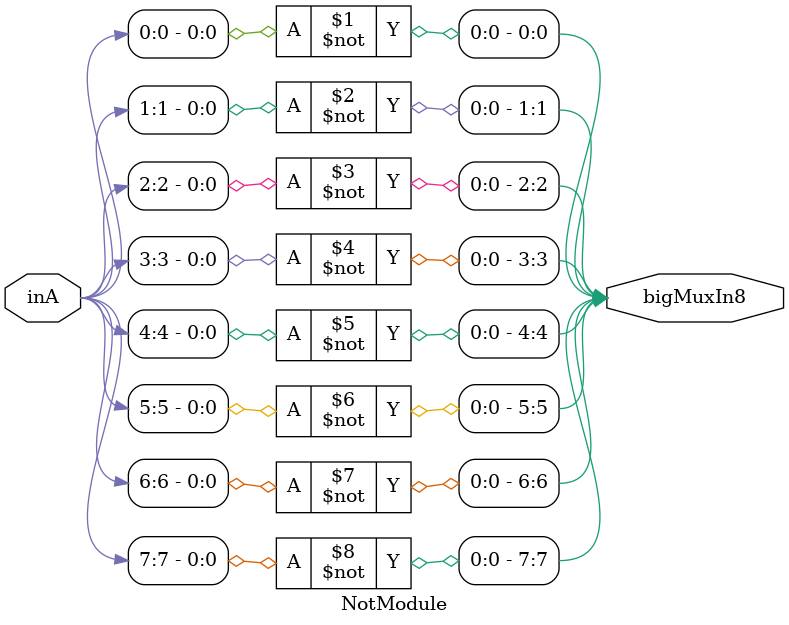
<source format=v>
module NotModule(bigMuxIn8, inA);

    output [7:0] bigMuxIn8;

    input [7:0] inA; 

    not(bigMuxIn8[0], inA[0]);
    not(bigMuxIn8[1], inA[1]);
    not(bigMuxIn8[2], inA[2]);
    not(bigMuxIn8[3], inA[3]);
    not(bigMuxIn8[4], inA[4]);
    not(bigMuxIn8[5], inA[5]);
    not(bigMuxIn8[6], inA[6]);
    not(bigMuxIn8[7], inA[7]);

endmodule // NotModule

module testbench();

    // This wire is used for holding the result

    wire [7:0] bigMuxIn;

    // The 2 input registers

    reg [7:0] in1;

    // Instantiating the module 

    NotModule notModuleResult(bigMuxIn, in1);

    // *** Something else should be done with bigMuxIn ***
    // *** bigMuxIn should go into gate number 8 in the multiplexer ***

endmodule // testbench
</source>
